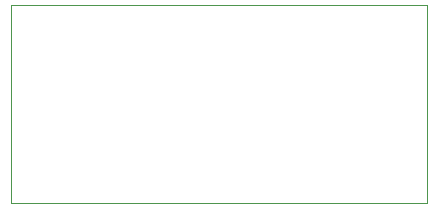
<source format=gbr>
%TF.GenerationSoftware,KiCad,Pcbnew,(6.0.0)*%
%TF.CreationDate,2021-12-30T22:07:07+00:00*%
%TF.ProjectId,DHT22,44485432-322e-46b6-9963-61645f706362,rev?*%
%TF.SameCoordinates,Original*%
%TF.FileFunction,Profile,NP*%
%FSLAX46Y46*%
G04 Gerber Fmt 4.6, Leading zero omitted, Abs format (unit mm)*
G04 Created by KiCad (PCBNEW (6.0.0)) date 2021-12-30 22:07:07*
%MOMM*%
%LPD*%
G01*
G04 APERTURE LIST*
%TA.AperFunction,Profile*%
%ADD10C,0.100000*%
%TD*%
G04 APERTURE END LIST*
D10*
X99441000Y-84328000D02*
X134620000Y-84328000D01*
X134620000Y-84328000D02*
X134620000Y-101092000D01*
X134620000Y-101092000D02*
X99441000Y-101092000D01*
X99441000Y-101092000D02*
X99441000Y-84328000D01*
M02*

</source>
